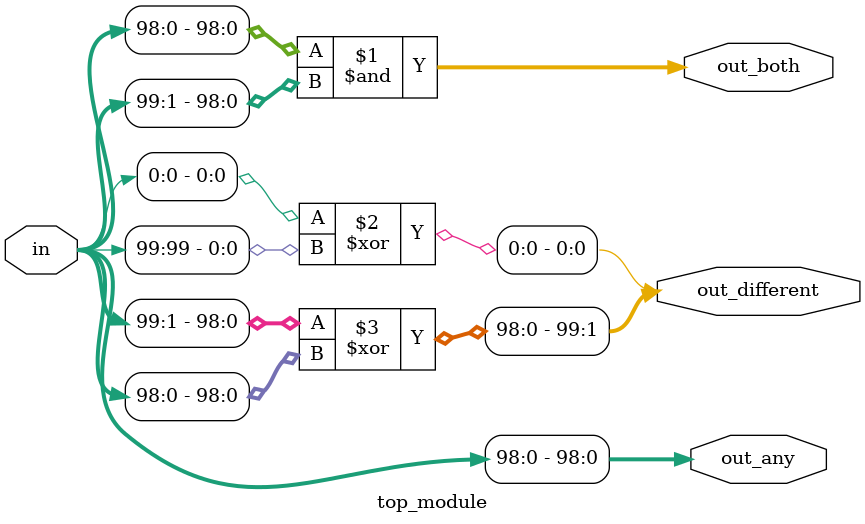
<source format=sv>
module top_module (
  input [99:0] in,
  output [98:0] out_both,
  output [99:1] out_any,
  output [99:0] out_different
);
  
  assign out_both = in[98:0] & in[99:1];
  assign out_any = in;
  assign out_different[0] = in[0] ^ in[99];
  assign out_different[1:99] = in[1:99] ^ in[0:98];

endmodule

</source>
